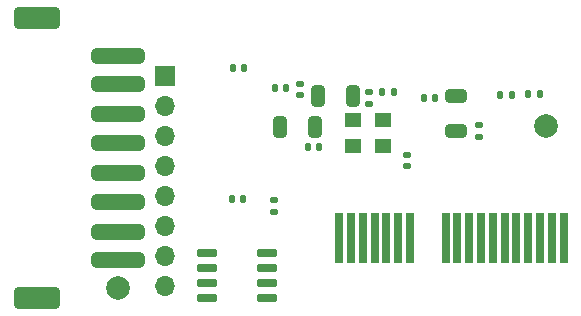
<source format=gbr>
%TF.GenerationSoftware,KiCad,Pcbnew,8.0.5*%
%TF.CreationDate,2024-11-08T07:47:22+00:00*%
%TF.ProjectId,ADE_Aux_V4,4144455f-4175-4785-9f56-342e6b696361,rev?*%
%TF.SameCoordinates,Original*%
%TF.FileFunction,Soldermask,Bot*%
%TF.FilePolarity,Negative*%
%FSLAX46Y46*%
G04 Gerber Fmt 4.6, Leading zero omitted, Abs format (unit mm)*
G04 Created by KiCad (PCBNEW 8.0.5) date 2024-11-08 07:47:22*
%MOMM*%
%LPD*%
G01*
G04 APERTURE LIST*
G04 Aperture macros list*
%AMRoundRect*
0 Rectangle with rounded corners*
0 $1 Rounding radius*
0 $2 $3 $4 $5 $6 $7 $8 $9 X,Y pos of 4 corners*
0 Add a 4 corners polygon primitive as box body*
4,1,4,$2,$3,$4,$5,$6,$7,$8,$9,$2,$3,0*
0 Add four circle primitives for the rounded corners*
1,1,$1+$1,$2,$3*
1,1,$1+$1,$4,$5*
1,1,$1+$1,$6,$7*
1,1,$1+$1,$8,$9*
0 Add four rect primitives between the rounded corners*
20,1,$1+$1,$2,$3,$4,$5,0*
20,1,$1+$1,$4,$5,$6,$7,0*
20,1,$1+$1,$6,$7,$8,$9,0*
20,1,$1+$1,$8,$9,$2,$3,0*%
G04 Aperture macros list end*
%ADD10C,2.000000*%
%ADD11RoundRect,0.250000X0.325000X0.650000X-0.325000X0.650000X-0.325000X-0.650000X0.325000X-0.650000X0*%
%ADD12R,1.400000X1.200000*%
%ADD13RoundRect,0.325000X1.925000X-0.325000X1.925000X0.325000X-1.925000X0.325000X-1.925000X-0.325000X0*%
%ADD14RoundRect,0.300001X1.649999X-0.599999X1.649999X0.599999X-1.649999X0.599999X-1.649999X-0.599999X0*%
%ADD15R,1.700000X1.700000*%
%ADD16O,1.700000X1.700000*%
%ADD17RoundRect,0.140000X0.140000X0.170000X-0.140000X0.170000X-0.140000X-0.170000X0.140000X-0.170000X0*%
%ADD18RoundRect,0.140000X0.170000X-0.140000X0.170000X0.140000X-0.170000X0.140000X-0.170000X-0.140000X0*%
%ADD19RoundRect,0.140000X-0.140000X-0.170000X0.140000X-0.170000X0.140000X0.170000X-0.140000X0.170000X0*%
%ADD20RoundRect,0.135000X-0.135000X-0.185000X0.135000X-0.185000X0.135000X0.185000X-0.135000X0.185000X0*%
%ADD21RoundRect,0.250000X-0.650000X0.325000X-0.650000X-0.325000X0.650000X-0.325000X0.650000X0.325000X0*%
%ADD22R,0.700000X4.300000*%
%ADD23RoundRect,0.140000X-0.170000X0.140000X-0.170000X-0.140000X0.170000X-0.140000X0.170000X0.140000X0*%
%ADD24RoundRect,0.135000X-0.185000X0.135000X-0.185000X-0.135000X0.185000X-0.135000X0.185000X0.135000X0*%
%ADD25RoundRect,0.150000X-0.725000X-0.150000X0.725000X-0.150000X0.725000X0.150000X-0.725000X0.150000X0*%
%ADD26RoundRect,0.250000X-0.325000X-0.650000X0.325000X-0.650000X0.325000X0.650000X-0.325000X0.650000X0*%
G04 APERTURE END LIST*
D10*
%TO.C,FID3*%
X-10744200Y18745200D03*
%TD*%
D11*
%TO.C,C20*%
X5975000Y32375000D03*
X3025000Y32375000D03*
%TD*%
D12*
%TO.C,Y2*%
X11707500Y30725000D03*
X9167500Y30725000D03*
X9167500Y32925000D03*
X11707500Y32925000D03*
%TD*%
D13*
%TO.C,J1*%
X-10750000Y38400000D03*
X-10750000Y36000000D03*
X-10750000Y33500000D03*
X-10750000Y31000000D03*
X-10750000Y28500000D03*
X-10750000Y26000000D03*
X-10750000Y23500000D03*
X-10750000Y21125000D03*
D14*
X-17600000Y17900000D03*
X-17600000Y41600000D03*
%TD*%
D15*
%TO.C,J15*%
X-6750200Y36692980D03*
D16*
X-6750200Y34152980D03*
X-6750200Y31612980D03*
X-6750200Y29072980D03*
X-6750200Y26532980D03*
X-6750200Y23992980D03*
X-6750200Y21452980D03*
X-6750200Y18912980D03*
%TD*%
D17*
%TO.C,C28*%
X-28000Y37388800D03*
X-988000Y37388800D03*
%TD*%
%TO.C,C30*%
X3530600Y35636200D03*
X2570600Y35636200D03*
%TD*%
D18*
%TO.C,C23*%
X4648200Y35054600D03*
X4648200Y36014600D03*
%TD*%
D19*
%TO.C,C15*%
X11638400Y35306000D03*
X12598400Y35306000D03*
%TD*%
D20*
%TO.C,R1*%
X24001000Y35128200D03*
X25021000Y35128200D03*
%TD*%
D21*
%TO.C,C22*%
X17856200Y35003000D03*
X17856200Y32053000D03*
%TD*%
D17*
%TO.C,C27*%
X-152400Y26238200D03*
X-1112400Y26238200D03*
%TD*%
%TO.C,C1*%
X22603400Y35102800D03*
X21643400Y35102800D03*
%TD*%
D22*
%TO.C,J2*%
X27000000Y23000000D03*
X26000000Y23000000D03*
X25000000Y23000000D03*
X24000000Y23000000D03*
X23000000Y23000000D03*
X22000000Y23000000D03*
X21000000Y23000000D03*
X20000000Y23000000D03*
X19000000Y23000000D03*
X18000000Y23000000D03*
X17000000Y23000000D03*
X14000000Y23000000D03*
X13000000Y23000000D03*
X12000000Y23000000D03*
X11000000Y23000000D03*
X10000000Y23000000D03*
X9000000Y23000000D03*
X8000000Y23000000D03*
%TD*%
D23*
%TO.C,C17*%
X10541000Y35303400D03*
X10541000Y34343400D03*
%TD*%
%TO.C,C14*%
X13775000Y29980000D03*
X13775000Y29020000D03*
%TD*%
D24*
%TO.C,R27*%
X19812000Y32539400D03*
X19812000Y31519400D03*
%TD*%
D23*
%TO.C,C29*%
X2438400Y26159400D03*
X2438400Y25199400D03*
%TD*%
D17*
%TO.C,C19*%
X6322000Y30683200D03*
X5362000Y30683200D03*
%TD*%
D25*
%TO.C,U4*%
X-3235000Y17925000D03*
X-3235000Y19195000D03*
X-3235000Y20465000D03*
X-3235000Y21735000D03*
X1915000Y21735000D03*
X1915000Y20465000D03*
X1915000Y19195000D03*
X1915000Y17925000D03*
%TD*%
D10*
%TO.C,FID2*%
X25501600Y32461200D03*
%TD*%
D26*
%TO.C,C24*%
X6195800Y35026600D03*
X9145800Y35026600D03*
%TD*%
D17*
%TO.C,C21*%
X16126400Y34823400D03*
X15166400Y34823400D03*
%TD*%
M02*

</source>
